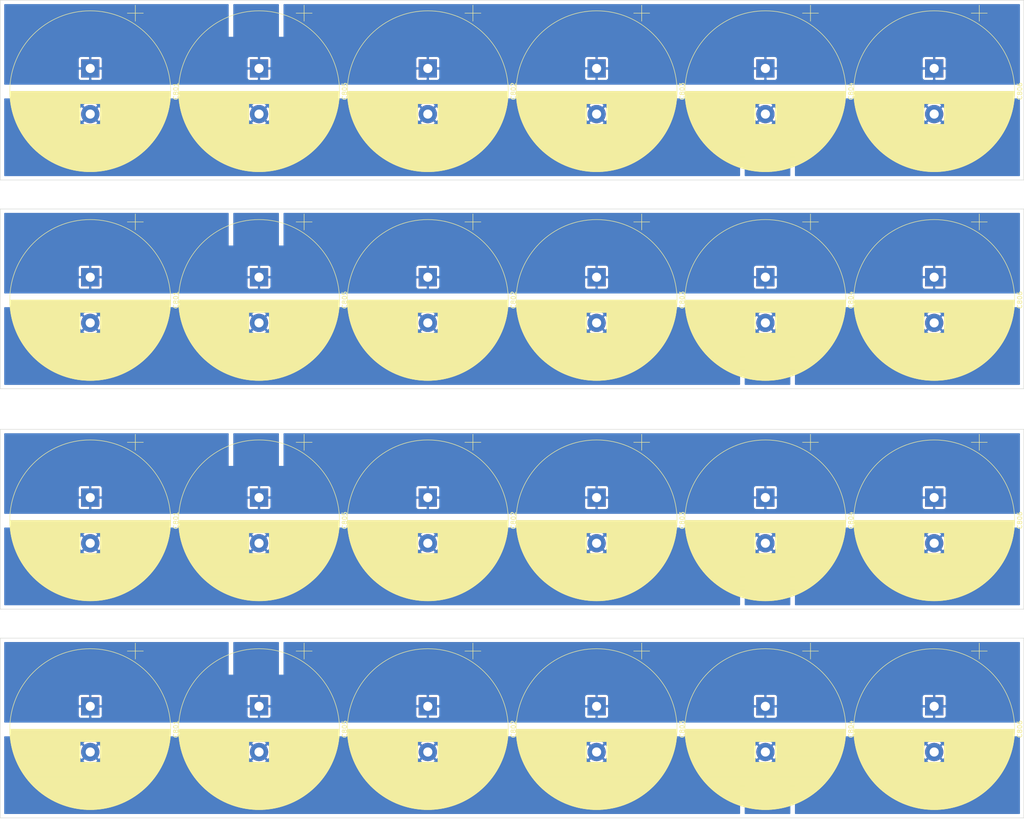
<source format=kicad_pcb>
(kicad_pcb (version 20171130) (host pcbnew 5.1.5)
  (layers (0 F.Cu signal) (31 B.Cu signal) (34 B.Paste user) (35 F.Paste user) (36 B.SilkS user) (37 F.SilkS user) (38 B.Mask user) (39 F.Mask user) (44 Edge.Cuts user))
  (net 0 "")
  (net 1 GND)
  (net 2 +36V)
  (module Capacitor_THT:CP_Radial_D35.0mm_P10.00mm_SnapIn (layer F.Cu) (at 241.986576 30.813907 270)
    (fp_text reference C806 (at 5 -18.75 270) (layer F.SilkS))
    (fp_text value 4700uF)
    (pad 2 thru_hole circle (at 10 0 270) (size 4 4) (drill 2) (layers *.Cu *.Mask))
    (pad 1 thru_hole rect (at 0 0 270) (size 4 4) (drill 2) (layers *.Cu *.Mask))
  )
  (module Capacitor_THT:CP_Radial_D35.0mm_P10.00mm_SnapIn (layer F.Cu) (at 205.021775 30.813907 270)
    (fp_text reference C804 (at 5 -18.75 270) (layer F.SilkS))
    (fp_text value 4700uF)
    (pad 1 thru_hole rect (at 0 0 270) (size 4 4) (drill 2) (layers *.Cu *.Mask))
    (pad 2 thru_hole circle (at 10 0 270) (size 4 4) (drill 2) (layers *.Cu *.Mask))
  )
  (module Capacitor_THT:CP_Radial_D35.0mm_P10.00mm_SnapIn (layer F.Cu) (at 131.092177 30.813907 270)
    (fp_text reference C802 (at 5 -18.75 270) (layer F.SilkS))
    (fp_text value 4700uF)
    (pad 2 thru_hole circle (at 10 0 270) (size 4 4) (drill 2) (layers *.Cu *.Mask))
    (pad 1 thru_hole rect (at 0 0 270) (size 4 4) (drill 2) (layers *.Cu *.Mask))
  )
  (module Capacitor_THT:CP_Radial_D35.0mm_P10.00mm_SnapIn (layer F.Cu) (at 94.127378 30.813907 270)
    (fp_text reference C805 (at 5 -18.75 270) (layer F.SilkS))
    (fp_text value 4700uF)
    (pad 2 thru_hole circle (at 10 0 270) (size 4 4) (drill 2) (layers *.Cu *.Mask))
    (pad 1 thru_hole rect (at 0 0 270) (size 4 4) (drill 2) (layers *.Cu *.Mask))
  )
  (module Capacitor_THT:CP_Radial_D35.0mm_P10.00mm_SnapIn (layer F.Cu) (at 168.056976 30.813907 270)
    (fp_text reference C803 (at 5 -18.75 270) (layer F.SilkS))
    (fp_text value 4700uF)
    (pad 1 thru_hole rect (at 0 0 270) (size 4 4) (drill 2) (layers *.Cu *.Mask))
    (pad 2 thru_hole circle (at 10 0 270) (size 4 4) (drill 2) (layers *.Cu *.Mask))
  )
  (module Capacitor_THT:CP_Radial_D35.0mm_P10.00mm_SnapIn (layer F.Cu) (at 57.162579 30.813907 270)
    (fp_text reference C801 (at 5 -18.75 270) (layer F.SilkS))
    (fp_text value 4700uF)
    (pad 1 thru_hole rect (at 0 0 270) (size 4 4) (drill 2) (layers *.Cu *.Mask))
    (pad 2 thru_hole circle (at 10 0 270) (size 4 4) (drill 2) (layers *.Cu *.Mask))
  )
  (module Capacitor_THT:CP_Radial_D35.0mm_P10.00mm_SnapIn (layer F.Cu) (at 241.986576 76.533907 270)
    (fp_text reference C806 (at 5 -18.75 270) (layer F.SilkS))
    (fp_text value 4700uF)
    (pad 2 thru_hole circle (at 10 0 270) (size 4 4) (drill 2) (layers *.Cu *.Mask))
    (pad 1 thru_hole rect (at 0 0 270) (size 4 4) (drill 2) (layers *.Cu *.Mask))
  )
  (module Capacitor_THT:CP_Radial_D35.0mm_P10.00mm_SnapIn (layer F.Cu) (at 205.021775 76.533907 270)
    (fp_text reference C804 (at 5 -18.75 270) (layer F.SilkS))
    (fp_text value 4700uF)
    (pad 1 thru_hole rect (at 0 0 270) (size 4 4) (drill 2) (layers *.Cu *.Mask))
    (pad 2 thru_hole circle (at 10 0 270) (size 4 4) (drill 2) (layers *.Cu *.Mask))
  )
  (module Capacitor_THT:CP_Radial_D35.0mm_P10.00mm_SnapIn (layer F.Cu) (at 131.092177 76.533907 270)
    (fp_text reference C802 (at 5 -18.75 270) (layer F.SilkS))
    (fp_text value 4700uF)
    (pad 2 thru_hole circle (at 10 0 270) (size 4 4) (drill 2) (layers *.Cu *.Mask))
    (pad 1 thru_hole rect (at 0 0 270) (size 4 4) (drill 2) (layers *.Cu *.Mask))
  )
  (module Capacitor_THT:CP_Radial_D35.0mm_P10.00mm_SnapIn (layer F.Cu) (at 94.127378 76.533907 270)
    (fp_text reference C805 (at 5 -18.75 270) (layer F.SilkS))
    (fp_text value 4700uF)
    (pad 2 thru_hole circle (at 10 0 270) (size 4 4) (drill 2) (layers *.Cu *.Mask))
    (pad 1 thru_hole rect (at 0 0 270) (size 4 4) (drill 2) (layers *.Cu *.Mask))
  )
  (module Capacitor_THT:CP_Radial_D35.0mm_P10.00mm_SnapIn (layer F.Cu) (at 168.056976 76.533907 270)
    (fp_text reference C803 (at 5 -18.75 270) (layer F.SilkS))
    (fp_text value 4700uF)
    (pad 1 thru_hole rect (at 0 0 270) (size 4 4) (drill 2) (layers *.Cu *.Mask))
    (pad 2 thru_hole circle (at 10 0 270) (size 4 4) (drill 2) (layers *.Cu *.Mask))
  )
  (module Capacitor_THT:CP_Radial_D35.0mm_P10.00mm_SnapIn (layer F.Cu) (at 57.162579 76.533907 270)
    (fp_text reference C801 (at 5 -18.75 270) (layer F.SilkS))
    (fp_text value 4700uF)
    (pad 1 thru_hole rect (at 0 0 270) (size 4 4) (drill 2) (layers *.Cu *.Mask))
    (pad 2 thru_hole circle (at 10 0 270) (size 4 4) (drill 2) (layers *.Cu *.Mask))
  )
  (module Capacitor_THT:CP_Radial_D35.0mm_P10.00mm_SnapIn (layer F.Cu) (at 241.986576 124.793907 270)
    (fp_text reference C806 (at 5 -18.75 270) (layer F.SilkS))
    (fp_text value 4700uF)
    (pad 2 thru_hole circle (at 10 0 270) (size 4 4) (drill 2) (layers *.Cu *.Mask))
    (pad 1 thru_hole rect (at 0 0 270) (size 4 4) (drill 2) (layers *.Cu *.Mask))
  )
  (module Capacitor_THT:CP_Radial_D35.0mm_P10.00mm_SnapIn (layer F.Cu) (at 205.021775 124.793907 270)
    (fp_text reference C804 (at 5 -18.75 270) (layer F.SilkS))
    (fp_text value 4700uF)
    (pad 1 thru_hole rect (at 0 0 270) (size 4 4) (drill 2) (layers *.Cu *.Mask))
    (pad 2 thru_hole circle (at 10 0 270) (size 4 4) (drill 2) (layers *.Cu *.Mask))
  )
  (module Capacitor_THT:CP_Radial_D35.0mm_P10.00mm_SnapIn (layer F.Cu) (at 131.092177 124.793907 270)
    (fp_text reference C802 (at 5 -18.75 270) (layer F.SilkS))
    (fp_text value 4700uF)
    (pad 2 thru_hole circle (at 10 0 270) (size 4 4) (drill 2) (layers *.Cu *.Mask))
    (pad 1 thru_hole rect (at 0 0 270) (size 4 4) (drill 2) (layers *.Cu *.Mask))
  )
  (module Capacitor_THT:CP_Radial_D35.0mm_P10.00mm_SnapIn (layer F.Cu) (at 94.127378 124.793907 270)
    (fp_text reference C805 (at 5 -18.75 270) (layer F.SilkS))
    (fp_text value 4700uF)
    (pad 2 thru_hole circle (at 10 0 270) (size 4 4) (drill 2) (layers *.Cu *.Mask))
    (pad 1 thru_hole rect (at 0 0 270) (size 4 4) (drill 2) (layers *.Cu *.Mask))
  )
  (module Capacitor_THT:CP_Radial_D35.0mm_P10.00mm_SnapIn (layer F.Cu) (at 168.056976 124.793907 270)
    (fp_text reference C803 (at 5 -18.75 270) (layer F.SilkS))
    (fp_text value 4700uF)
    (pad 1 thru_hole rect (at 0 0 270) (size 4 4) (drill 2) (layers *.Cu *.Mask))
    (pad 2 thru_hole circle (at 10 0 270) (size 4 4) (drill 2) (layers *.Cu *.Mask))
  )
  (module Capacitor_THT:CP_Radial_D35.0mm_P10.00mm_SnapIn (layer F.Cu) (at 57.162579 124.793907 270)
    (fp_text reference C801 (at 5 -18.75 270) (layer F.SilkS))
    (fp_text value 4700uF)
    (pad 1 thru_hole rect (at 0 0 270) (size 4 4) (drill 2) (layers *.Cu *.Mask))
    (pad 2 thru_hole circle (at 10 0 270) (size 4 4) (drill 2) (layers *.Cu *.Mask))
  )
  (module Capacitor_THT:CP_Radial_D35.0mm_P10.00mm_SnapIn (layer F.Cu) (at 57.162579 170.513907 270)
    (fp_text reference C801 (at 5 -18.75 270) (layer F.SilkS))
    (fp_text value 4700uF)
    (pad 2 thru_hole circle (at 10 0 270) (size 4 4) (drill 2) (layers *.Cu *.Mask) (net 1 GND))
    (pad 1 thru_hole rect (at 0 0 270) (size 4 4) (drill 2) (layers *.Cu *.Mask) (net 2 +36V))
  )
  (module Capacitor_THT:CP_Radial_D35.0mm_P10.00mm_SnapIn (layer F.Cu) (at 168.056976 170.513907 270)
    (fp_text reference C803 (at 5 -18.75 270) (layer F.SilkS))
    (fp_text value 4700uF)
    (pad 2 thru_hole circle (at 10 0 270) (size 4 4) (drill 2) (layers *.Cu *.Mask) (net 1 GND))
    (pad 1 thru_hole rect (at 0 0 270) (size 4 4) (drill 2) (layers *.Cu *.Mask) (net 2 +36V))
  )
  (module Capacitor_THT:CP_Radial_D35.0mm_P10.00mm_SnapIn (layer F.Cu) (at 94.127378 170.513907 270)
    (fp_text reference C805 (at 5 -18.75 270) (layer F.SilkS))
    (fp_text value 4700uF)
    (pad 1 thru_hole rect (at 0 0 270) (size 4 4) (drill 2) (layers *.Cu *.Mask) (net 2 +36V))
    (pad 2 thru_hole circle (at 10 0 270) (size 4 4) (drill 2) (layers *.Cu *.Mask) (net 1 GND))
  )
  (module Capacitor_THT:CP_Radial_D35.0mm_P10.00mm_SnapIn (layer F.Cu) (at 131.092177 170.513907 270)
    (fp_text reference C802 (at 5 -18.75 270) (layer F.SilkS))
    (fp_text value 4700uF)
    (pad 1 thru_hole rect (at 0 0 270) (size 4 4) (drill 2) (layers *.Cu *.Mask) (net 2 +36V))
    (pad 2 thru_hole circle (at 10 0 270) (size 4 4) (drill 2) (layers *.Cu *.Mask) (net 1 GND))
  )
  (module Capacitor_THT:CP_Radial_D35.0mm_P10.00mm_SnapIn (layer F.Cu) (at 205.021775 170.513907 270)
    (fp_text reference C804 (at 5 -18.75 270) (layer F.SilkS))
    (fp_text value 4700uF)
    (pad 2 thru_hole circle (at 10 0 270) (size 4 4) (drill 2) (layers *.Cu *.Mask) (net 1 GND))
    (pad 1 thru_hole rect (at 0 0 270) (size 4 4) (drill 2) (layers *.Cu *.Mask) (net 2 +36V))
  )
  (module Capacitor_THT:CP_Radial_D35.0mm_P10.00mm_SnapIn (layer F.Cu) (at 241.986576 170.513907 270)
    (fp_text reference C806 (at 5 -18.75 270) (layer F.SilkS))
    (fp_text value 4700uF)
    (pad 1 thru_hole rect (at 0 0 270) (size 4 4) (drill 2) (layers *.Cu *.Mask) (net 2 +36V))
    (pad 2 thru_hole circle (at 10 0 270) (size 4 4) (drill 2) (layers *.Cu *.Mask) (net 1 GND))
  )
  (gr_line (start 37.465 15.875) (end 261.62 15.875) (layer Edge.Cuts) (width 0.1))
  (gr_line (start 261.62 15.875) (end 261.62 55.245) (layer Edge.Cuts) (width 0.1))
  (gr_line (start 261.62 55.245) (end 37.465 55.245) (layer Edge.Cuts) (width 0.1))
  (gr_line (start 37.465 55.245) (end 37.465 15.875) (layer Edge.Cuts) (width 0.1))
  (gr_line (start 37.465 61.595) (end 261.62 61.595) (layer Edge.Cuts) (width 0.1))
  (gr_line (start 261.62 61.595) (end 261.62 100.965) (layer Edge.Cuts) (width 0.1))
  (gr_line (start 261.62 100.965) (end 37.465 100.965) (layer Edge.Cuts) (width 0.1))
  (gr_line (start 37.465 100.965) (end 37.465 61.595) (layer Edge.Cuts) (width 0.1))
  (gr_line (start 37.465 109.855) (end 261.62 109.855) (layer Edge.Cuts) (width 0.1))
  (gr_line (start 261.62 109.855) (end 261.62 149.225) (layer Edge.Cuts) (width 0.1))
  (gr_line (start 261.62 149.225) (end 37.465 149.225) (layer Edge.Cuts) (width 0.1))
  (gr_line (start 37.465 149.225) (end 37.465 109.855) (layer Edge.Cuts) (width 0.1))
  (gr_line (start 37.465 194.945) (end 37.465 155.575) (layer Edge.Cuts) (width 0.1))
  (gr_line (start 261.62 194.945) (end 37.465 194.945) (layer Edge.Cuts) (width 0.1))
  (gr_line (start 261.62 155.575) (end 261.62 194.945) (layer Edge.Cuts) (width 0.1))
  (gr_line (start 37.465 155.575) (end 261.62 155.575) (layer Edge.Cuts) (width 0.1))
  (zone (net 1) (net_name GND) (layer B.Cu) (connect_pads (clearance 0.8)) (min_thickness 0.254) (fill yes (arc_segments 16) (thermal_gap 0.508) (thermal_bridge_width 0.508))
    (polygon (pts (xy 37.486576 177.074407) (xy 261.486576 177.074407) (xy 261.486576 194.574407) (xy 261.486576 195.074407) (xy 37.486576 195.074407)))
  )
  (zone (net 2) (net_name +36V) (layer B.Cu) (connect_pads (clearance 0.8)) (min_thickness 0.254) (fill yes (arc_segments 16) (thermal_gap 0.508) (thermal_bridge_width 0.508))
    (polygon (pts (xy 37.486576 174.074407) (xy 261.486576 174.074407) (xy 261.486576 156.074407) (xy 37.486576 156.074407) (xy 37.486576 173.574407)))
  )
  (zone (net 0) (net_name "") (layer B.Cu) (connect_pads (clearance 0.8)) (min_thickness 0.254)
    (keepout (tracks not_allowed) (vias not_allowed) (copperpour not_allowed))
    (fill (arc_segments 16) (thermal_gap 0.508) (thermal_bridge_width 0.508))
    (polygon (pts (xy 98.486576 156.074407) (xy 98.486576 163.574407) (xy 99.486576 163.574407) (xy 99.486576 156.074407)))
  )
  (zone (net 0) (net_name "") (layer B.Cu) (connect_pads (clearance 0.8)) (min_thickness 0.254)
    (keepout (tracks not_allowed) (vias not_allowed) (copperpour not_allowed))
    (fill (arc_segments 16) (thermal_gap 0.508) (thermal_bridge_width 0.508))
    (polygon (pts (xy 87.486576 156.074407) (xy 87.486576 163.574407) (xy 88.486576 163.574407) (xy 88.486576 156.074407)))
  )
  (zone (net 0) (net_name "") (layer B.Cu) (connect_pads (clearance 0.8)) (min_thickness 0.254)
    (keepout (tracks not_allowed) (vias not_allowed) (copperpour not_allowed))
    (fill (arc_segments 16) (thermal_gap 0.508) (thermal_bridge_width 0.508))
    (polygon (pts (xy 199.486576 187.574407) (xy 199.486576 195.074407) (xy 200.486576 195.074407) (xy 200.486576 187.574407)))
  )
  (zone (net 0) (net_name "") (layer B.Cu) (connect_pads (clearance 0.8)) (min_thickness 0.254)
    (keepout (tracks not_allowed) (vias not_allowed) (copperpour not_allowed))
    (fill (arc_segments 16) (thermal_gap 0.508) (thermal_bridge_width 0.508))
    (polygon (pts (xy 210.486576 187.574407) (xy 210.486576 195.074407) (xy 211.486576 195.074407) (xy 211.486576 187.574407)))
  )
  (zone (net 0) (net_name "") (layer B.Cu) (connect_pads (clearance 0.8)) (min_thickness 0.254) (fill yes (arc_segments 16) (thermal_gap 0.508) (thermal_bridge_width 0.508))
    (polygon (pts (xy 37.486576 131.354407) (xy 261.486576 131.354407) (xy 261.486576 148.854407) (xy 261.486576 149.354407) (xy 37.486576 149.354407)))
  )
  (zone (net 0) (net_name "") (layer B.Cu) (connect_pads (clearance 0.8)) (min_thickness 0.254) (fill yes (arc_segments 16) (thermal_gap 0.508) (thermal_bridge_width 0.508))
    (polygon (pts (xy 37.486576 128.354407) (xy 261.486576 128.354407) (xy 261.486576 110.354407) (xy 37.486576 110.354407) (xy 37.486576 127.854407)))
  )
  (zone (net 0) (net_name "") (layer B.Cu) (connect_pads (clearance 0.8)) (min_thickness 0.254)
    (keepout (tracks not_allowed) (vias not_allowed) (copperpour not_allowed))
    (fill (arc_segments 16) (thermal_gap 0.508) (thermal_bridge_width 0.508))
    (polygon (pts (xy 210.486576 141.854407) (xy 210.486576 149.354407) (xy 211.486576 149.354407) (xy 211.486576 141.854407)))
  )
  (zone (net 0) (net_name "") (layer B.Cu) (connect_pads (clearance 0.8)) (min_thickness 0.254)
    (keepout (tracks not_allowed) (vias not_allowed) (copperpour not_allowed))
    (fill (arc_segments 16) (thermal_gap 0.508) (thermal_bridge_width 0.508))
    (polygon (pts (xy 87.486576 110.354407) (xy 87.486576 117.854407) (xy 88.486576 117.854407) (xy 88.486576 110.354407)))
  )
  (zone (net 0) (net_name "") (layer B.Cu) (connect_pads (clearance 0.8)) (min_thickness 0.254)
    (keepout (tracks not_allowed) (vias not_allowed) (copperpour not_allowed))
    (fill (arc_segments 16) (thermal_gap 0.508) (thermal_bridge_width 0.508))
    (polygon (pts (xy 98.486576 110.354407) (xy 98.486576 117.854407) (xy 99.486576 117.854407) (xy 99.486576 110.354407)))
  )
  (zone (net 0) (net_name "") (layer B.Cu) (connect_pads (clearance 0.8)) (min_thickness 0.254)
    (keepout (tracks not_allowed) (vias not_allowed) (copperpour not_allowed))
    (fill (arc_segments 16) (thermal_gap 0.508) (thermal_bridge_width 0.508))
    (polygon (pts (xy 199.486576 141.854407) (xy 199.486576 149.354407) (xy 200.486576 149.354407) (xy 200.486576 141.854407)))
  )
  (zone (net 0) (net_name "") (layer B.Cu) (connect_pads (clearance 0.8)) (min_thickness 0.254) (fill yes (arc_segments 16) (thermal_gap 0.508) (thermal_bridge_width 0.508))
    (polygon (pts (xy 37.486576 83.094407) (xy 261.486576 83.094407) (xy 261.486576 100.594407) (xy 261.486576 101.094407) (xy 37.486576 101.094407)))
  )
  (zone (net 0) (net_name "") (layer B.Cu) (connect_pads (clearance 0.8)) (min_thickness 0.254) (fill yes (arc_segments 16) (thermal_gap 0.508) (thermal_bridge_width 0.508))
    (polygon (pts (xy 37.486576 80.094407) (xy 261.486576 80.094407) (xy 261.486576 62.094407) (xy 37.486576 62.094407) (xy 37.486576 79.594407)))
  )
  (zone (net 0) (net_name "") (layer B.Cu) (connect_pads (clearance 0.8)) (min_thickness 0.254)
    (keepout (tracks not_allowed) (vias not_allowed) (copperpour not_allowed))
    (fill (arc_segments 16) (thermal_gap 0.508) (thermal_bridge_width 0.508))
    (polygon (pts (xy 210.486576 93.594407) (xy 210.486576 101.094407) (xy 211.486576 101.094407) (xy 211.486576 93.594407)))
  )
  (zone (net 0) (net_name "") (layer B.Cu) (connect_pads (clearance 0.8)) (min_thickness 0.254)
    (keepout (tracks not_allowed) (vias not_allowed) (copperpour not_allowed))
    (fill (arc_segments 16) (thermal_gap 0.508) (thermal_bridge_width 0.508))
    (polygon (pts (xy 87.486576 62.094407) (xy 87.486576 69.594407) (xy 88.486576 69.594407) (xy 88.486576 62.094407)))
  )
  (zone (net 0) (net_name "") (layer B.Cu) (connect_pads (clearance 0.8)) (min_thickness 0.254)
    (keepout (tracks not_allowed) (vias not_allowed) (copperpour not_allowed))
    (fill (arc_segments 16) (thermal_gap 0.508) (thermal_bridge_width 0.508))
    (polygon (pts (xy 98.486576 62.094407) (xy 98.486576 69.594407) (xy 99.486576 69.594407) (xy 99.486576 62.094407)))
  )
  (zone (net 0) (net_name "") (layer B.Cu) (connect_pads (clearance 0.8)) (min_thickness 0.254)
    (keepout (tracks not_allowed) (vias not_allowed) (copperpour not_allowed))
    (fill (arc_segments 16) (thermal_gap 0.508) (thermal_bridge_width 0.508))
    (polygon (pts (xy 199.486576 93.594407) (xy 199.486576 101.094407) (xy 200.486576 101.094407) (xy 200.486576 93.594407)))
  )
  (zone (net 0) (net_name "") (layer B.Cu) (connect_pads (clearance 0.8)) (min_thickness 0.254) (fill yes (arc_segments 16) (thermal_gap 0.508) (thermal_bridge_width 0.508))
    (polygon (pts (xy 37.486576 37.374407) (xy 261.486576 37.374407) (xy 261.486576 54.874407) (xy 261.486576 55.374407) (xy 37.486576 55.374407)))
  )
  (zone (net 0) (net_name "") (layer B.Cu) (connect_pads (clearance 0.8)) (min_thickness 0.254) (fill yes (arc_segments 16) (thermal_gap 0.508) (thermal_bridge_width 0.508))
    (polygon (pts (xy 37.486576 34.374407) (xy 261.486576 34.374407) (xy 261.486576 16.374407) (xy 37.486576 16.374407) (xy 37.486576 33.874407)))
  )
  (zone (net 0) (net_name "") (layer B.Cu) (connect_pads (clearance 0.8)) (min_thickness 0.254)
    (keepout (tracks not_allowed) (vias not_allowed) (copperpour not_allowed))
    (fill (arc_segments 16) (thermal_gap 0.508) (thermal_bridge_width 0.508))
    (polygon (pts (xy 210.486576 47.874407) (xy 210.486576 55.374407) (xy 211.486576 55.374407) (xy 211.486576 47.874407)))
  )
  (zone (net 0) (net_name "") (layer B.Cu) (connect_pads (clearance 0.8)) (min_thickness 0.254)
    (keepout (tracks not_allowed) (vias not_allowed) (copperpour not_allowed))
    (fill (arc_segments 16) (thermal_gap 0.508) (thermal_bridge_width 0.508))
    (polygon (pts (xy 87.486576 16.374407) (xy 87.486576 23.874407) (xy 88.486576 23.874407) (xy 88.486576 16.374407)))
  )
  (zone (net 0) (net_name "") (layer B.Cu) (connect_pads (clearance 0.8)) (min_thickness 0.254)
    (keepout (tracks not_allowed) (vias not_allowed) (copperpour not_allowed))
    (fill (arc_segments 16) (thermal_gap 0.508) (thermal_bridge_width 0.508))
    (polygon (pts (xy 98.486576 16.374407) (xy 98.486576 23.874407) (xy 99.486576 23.874407) (xy 99.486576 16.374407)))
  )
  (zone (net 0) (net_name "") (layer B.Cu) (connect_pads (clearance 0.8)) (min_thickness 0.254)
    (keepout (tracks not_allowed) (vias not_allowed) (copperpour not_allowed))
    (fill (arc_segments 16) (thermal_gap 0.508) (thermal_bridge_width 0.508))
    (polygon (pts (xy 199.486576 47.874407) (xy 199.486576 55.374407) (xy 200.486576 55.374407) (xy 200.486576 47.874407)))
  )
)
</source>
